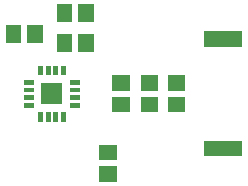
<source format=gbr>
G04 start of page 10 for group -4015 idx -4015 *
G04 Title: (unknown), toppaste *
G04 Creator: pcb 20110918 *
G04 CreationDate: Tue 27 Aug 2013 03:50:04 AM GMT UTC *
G04 For: ndholmes *
G04 Format: Gerber/RS-274X *
G04 PCB-Dimensions: 180000 82000 *
G04 PCB-Coordinate-Origin: lower left *
%MOIN*%
%FSLAX25Y25*%
%LNTOPPASTE*%
%ADD59R,0.0510X0.0510*%
%ADD58C,0.0001*%
%ADD57R,0.0160X0.0160*%
%ADD56R,0.0512X0.0512*%
G54D56*X123543Y59393D02*Y58607D01*
X116457Y59393D02*Y58607D01*
G54D57*X119150Y28324D02*X120850D01*
X119150Y30883D02*X120850D01*
X119150Y33441D02*X120850D01*
X119150Y36000D02*X120850D01*
X116088Y40762D02*Y39062D01*
X113529Y40762D02*Y39062D01*
X110971Y40762D02*Y39062D01*
X108412Y40762D02*Y39062D01*
X103650Y36000D02*X105350D01*
X103650Y33441D02*X105350D01*
X103650Y30883D02*X105350D01*
X103650Y28324D02*X105350D01*
X108412Y25262D02*Y23562D01*
X110971Y25262D02*Y23562D01*
X113529Y25262D02*Y23562D01*
X116088Y25262D02*Y23562D01*
G54D58*G36*
X108750Y35662D02*Y28662D01*
X115750D01*
Y35662D01*
X108750D01*
G37*
G54D56*X134857Y35705D02*X135643D01*
X134857Y28619D02*X135643D01*
X144357Y35705D02*X145143D01*
X144357Y28619D02*X145143D01*
X153357Y35705D02*X154143D01*
X153357Y28619D02*X154143D01*
X123543Y49393D02*Y48607D01*
X116457Y49393D02*Y48607D01*
X106543Y52393D02*Y51607D01*
X99457Y52393D02*Y51607D01*
G54D59*X165500Y50462D02*X173000D01*
X165500Y13862D02*X173000D01*
G54D56*X130607Y5457D02*X131393D01*
X130607Y12543D02*X131393D01*
M02*

</source>
